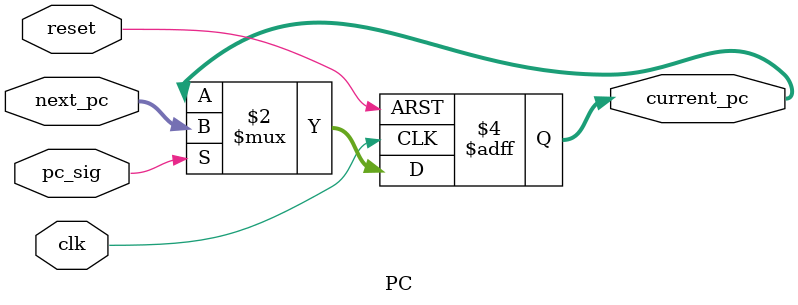
<source format=v>
module PC(reset,
clk, 
next_pc,
current_pc,
pc_sig
);
    input clk,reset,pc_sig;
    input [31:0] next_pc;
    output reg [31:0] current_pc;
    always @(posedge reset or posedge clk) begin
		if (reset)
			current_pc <= 32'h00000000;//start address
		else if(pc_sig)begin
			current_pc <= next_pc;
        end
        else begin
        end

    end
endmodule  
</source>
